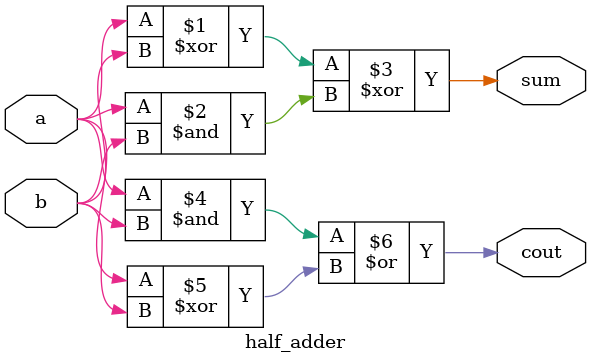
<source format=v>
module half_adder( 
input a, b,
output cout, sum );
// Full adder
assign sum = (a ^ b) ^ (a & b);
assign cout = (a & b) | (a ^ b);
endmodule

</source>
